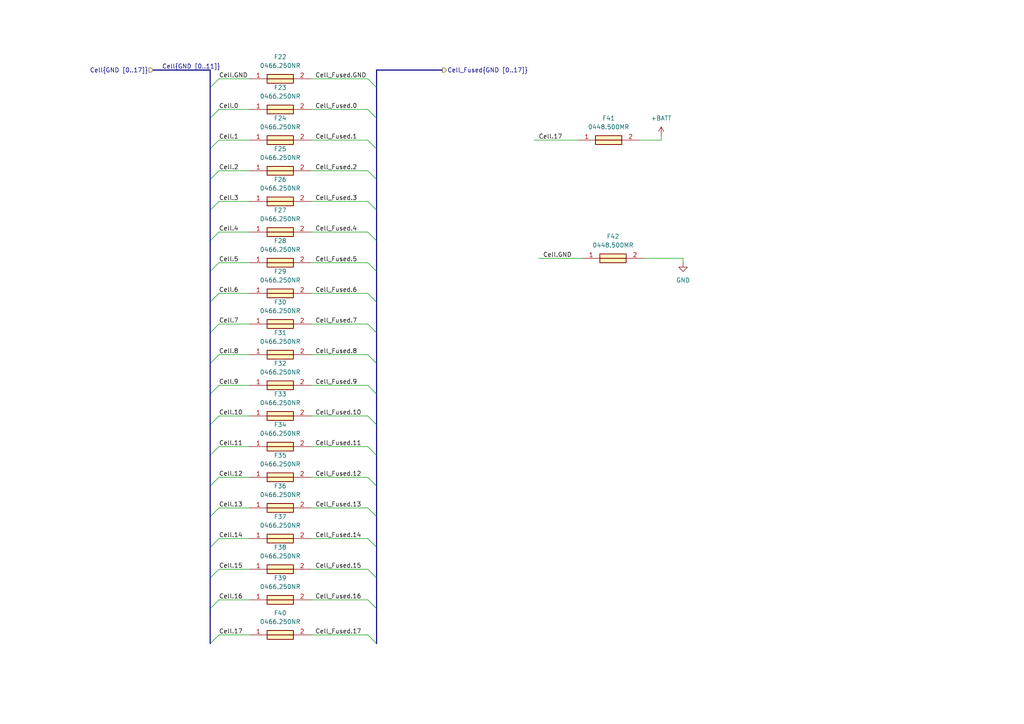
<source format=kicad_sch>
(kicad_sch (version 20230121) (generator eeschema)
  (paper "A4")
  (lib_symbols
    (symbol "0448_500MR:0448.500MR" (pin_names hide)
      (property "Reference" "F" (at 13.97 6.35 0))
      (property "Value" "0448.500MR" (at 13.97 3.81 0))
      (symbol "0448.500MR_1_1"
        (polyline (pts (xy 5.08 0) (xy 12.7 0)) (stroke (width 0.254)))
        (rectangle (start 5.08 1.27) (end 12.7 -1.27) (stroke (width 0.254)) (fill (type background)))
        (pin passive line (at 0 0 0) (length 5.08) (name "1") (number "1"))
        (pin passive line (at 17.78 0 180) (length 5.08) (name "2") (number "2"))
      )
    )
    (symbol "0466_250NR:0466.250NR" (pin_names hide)
      (property "Reference" "F" (at 13.97 6.35 0))
      (property "Value" "0466.250NR" (at 13.97 3.81 0))
      (symbol "0466.250NR_1_1"
        (polyline (pts (xy 5.08 0) (xy 12.7 0)) (stroke (width 0.254)))
        (rectangle (start 5.08 1.27) (end 12.7 -1.27) (stroke (width 0.254)) (fill (type background)))
        (pin passive line (at 0 0 0) (length 5.08) (name "1") (number "1"))
        (pin passive line (at 17.78 0 180) (length 5.08) (name "2") (number "2"))
      )
    )
    (symbol "power:+BATT" (power) (pin_names (offset 0))
      (property "Value" "+BATT" (at 0 3.556 0))
      (symbol "+BATT_0_1"
        (polyline (pts (xy -0.762 1.27) (xy 0 2.54)))
        (polyline (pts (xy 0 0) (xy 0 2.54)))
        (polyline (pts (xy 0 2.54) (xy 0.762 1.27)))
      )
      (symbol "+BATT_1_1"
        (pin power_in line (at 0 0 90) (length 0) hide (name "+BATT") (number "1"))
      )
    )
    (symbol "power:GND" (power) (pin_names (offset 0))
      (property "Value" "GND" (at 0 -3.81 0))
      (symbol "GND_0_1"
        (polyline (pts (xy 0 0) (xy 0 -1.27) (xy 1.27 -1.27) (xy 0 -2.54) (xy -1.27 -1.27) (xy 0 -1.27)))
      )
      (symbol "GND_1_1"
        (pin power_in line (at 0 0 270) (length 0) hide (name "GND") (number "1"))
      )
    )
  )
  (bus_entry (at 109.22 176.53) (size -2.54 -2.54))
  (bus_entry (at 109.22 69.85) (size -2.54 -2.54))
  (bus_entry (at 109.22 52.07) (size -2.54 -2.54))
  (bus_entry (at 109.22 25.4) (size -2.54 -2.54))
  (bus_entry (at 60.96 25.4) (size 2.54 -2.54))
  (bus_entry (at 109.22 114.3) (size -2.54 -2.54))
  (bus_entry (at 60.96 114.3) (size 2.54 -2.54))
  (bus_entry (at 109.22 34.29) (size -2.54 -2.54))
  (bus_entry (at 109.22 123.19) (size -2.54 -2.54))
  (bus_entry (at 109.22 96.52) (size -2.54 -2.54))
  (bus_entry (at 109.22 149.86) (size -2.54 -2.54))
  (bus_entry (at 60.96 52.07) (size 2.54 -2.54))
  (bus_entry (at 109.22 167.64) (size -2.54 -2.54))
  (bus_entry (at 60.96 176.53) (size 2.54 -2.54))
  (bus_entry (at 60.96 69.85) (size 2.54 -2.54))
  (bus_entry (at 109.22 105.41) (size -2.54 -2.54))
  (bus_entry (at 60.96 123.19) (size 2.54 -2.54))
  (bus_entry (at 109.22 78.74) (size -2.54 -2.54))
  (bus_entry (at 60.96 149.86) (size 2.54 -2.54))
  (bus_entry (at 109.22 43.18) (size -2.54 -2.54))
  (bus_entry (at 60.96 167.64) (size 2.54 -2.54))
  (bus_entry (at 106.68 184.15) (size 2.54 2.54))
  (bus_entry (at 60.96 87.63) (size 2.54 -2.54))
  (bus_entry (at 60.96 43.18) (size 2.54 -2.54))
  (bus_entry (at 109.22 140.97) (size -2.54 -2.54))
  (bus_entry (at 60.96 140.97) (size 2.54 -2.54))
  (bus_entry (at 60.96 132.08) (size 2.54 -2.54))
  (bus_entry (at 60.96 78.74) (size 2.54 -2.54))
  (bus_entry (at 60.96 158.75) (size 2.54 -2.54))
  (bus_entry (at 60.96 96.52) (size 2.54 -2.54))
  (bus_entry (at 60.96 34.29) (size 2.54 -2.54))
  (bus_entry (at 109.22 132.08) (size -2.54 -2.54))
  (bus_entry (at 60.96 186.69) (size 2.54 -2.54))
  (bus_entry (at 109.22 87.63) (size -2.54 -2.54))
  (bus_entry (at 109.22 60.96) (size -2.54 -2.54))
  (bus_entry (at 60.96 105.41) (size 2.54 -2.54))
  (bus_entry (at 109.22 158.75) (size -2.54 -2.54))
  (bus_entry (at 60.96 60.96) (size 2.54 -2.54))
  (wire (pts (xy 156.21 74.93) (xy 168.91 74.93)))
  (bus (pts (xy 60.96 52.07) (xy 60.96 60.96)))
  (wire (pts (xy 90.17 102.87) (xy 106.68 102.87)))
  (wire (pts (xy 90.17 138.43) (xy 106.68 138.43)))
  (wire (pts (xy 63.5 93.98) (xy 72.39 93.98)))
  (wire (pts (xy 185.42 40.64) (xy 191.77 40.64)))
  (bus (pts (xy 109.22 25.4) (xy 109.22 34.29)))
  (wire (pts (xy 90.17 49.53) (xy 106.68 49.53)))
  (bus (pts (xy 60.96 140.97) (xy 60.96 149.86)))
  (wire (pts (xy 186.69 74.93) (xy 198.12 74.93)))
  (wire (pts (xy 90.17 111.76) (xy 106.68 111.76)))
  (wire (pts (xy 63.5 120.65) (xy 72.39 120.65)))
  (wire (pts (xy 63.5 184.15) (xy 72.39 184.15)))
  (wire (pts (xy 90.17 93.98) (xy 106.68 93.98)))
  (wire (pts (xy 63.5 156.21) (xy 72.39 156.21)))
  (bus (pts (xy 109.22 87.63) (xy 109.22 96.52)))
  (bus (pts (xy 109.22 140.97) (xy 109.22 149.86)))
  (wire (pts (xy 63.5 40.64) (xy 72.39 40.64)))
  (wire (pts (xy 63.5 31.75) (xy 72.39 31.75)))
  (bus (pts (xy 109.22 167.64) (xy 109.22 176.53)))
  (bus (pts (xy 109.22 20.32) (xy 128.27 20.32)))
  (wire (pts (xy 63.5 111.76) (xy 72.39 111.76)))
  (bus (pts (xy 60.96 20.32) (xy 60.96 25.4)))
  (bus (pts (xy 60.96 105.41) (xy 60.96 114.3)))
  (bus (pts (xy 109.22 132.08) (xy 109.22 140.97)))
  (bus (pts (xy 60.96 25.4) (xy 60.96 34.29)))
  (wire (pts (xy 63.5 49.53) (xy 72.39 49.53)))
  (wire (pts (xy 90.17 67.31) (xy 106.68 67.31)))
  (wire (pts (xy 63.5 76.2) (xy 72.39 76.2)))
  (wire (pts (xy 90.17 173.99) (xy 106.68 173.99)))
  (bus (pts (xy 60.96 167.64) (xy 60.96 176.53)))
  (wire (pts (xy 63.5 165.1) (xy 72.39 165.1)))
  (bus (pts (xy 109.22 20.32) (xy 109.22 25.4)))
  (wire (pts (xy 63.5 129.54) (xy 72.39 129.54)))
  (bus (pts (xy 109.22 43.18) (xy 109.22 52.07)))
  (bus (pts (xy 109.22 105.41) (xy 109.22 114.3)))
  (wire (pts (xy 198.12 74.93) (xy 198.12 76.2)))
  (wire (pts (xy 90.17 76.2) (xy 106.68 76.2)))
  (wire (pts (xy 63.5 138.43) (xy 72.39 138.43)))
  (bus (pts (xy 44.45 20.32) (xy 60.96 20.32)))
  (wire (pts (xy 90.17 58.42) (xy 106.68 58.42)))
  (wire (pts (xy 90.17 40.64) (xy 106.68 40.64)))
  (bus (pts (xy 60.96 34.29) (xy 60.96 43.18)))
  (bus (pts (xy 109.22 69.85) (xy 109.22 78.74)))
  (bus (pts (xy 109.22 176.53) (xy 109.22 186.69)))
  (bus (pts (xy 109.22 78.74) (xy 109.22 87.63)))
  (bus (pts (xy 109.22 149.86) (xy 109.22 158.75)))
  (bus (pts (xy 60.96 43.18) (xy 60.96 52.07)))
  (wire (pts (xy 90.17 85.09) (xy 106.68 85.09)))
  (wire (pts (xy 90.17 129.54) (xy 106.68 129.54)))
  (bus (pts (xy 60.96 69.85) (xy 60.96 78.74)))
  (bus (pts (xy 60.96 149.86) (xy 60.96 158.75)))
  (bus (pts (xy 109.22 158.75) (xy 109.22 167.64)))
  (bus (pts (xy 60.96 123.19) (xy 60.96 132.08)))
  (bus (pts (xy 109.22 96.52) (xy 109.22 105.41)))
  (wire (pts (xy 63.5 67.31) (xy 72.39 67.31)))
  (wire (pts (xy 63.5 173.99) (xy 72.39 173.99)))
  (wire (pts (xy 191.77 39.37) (xy 191.77 40.64)))
  (bus (pts (xy 109.22 114.3) (xy 109.22 123.19)))
  (wire (pts (xy 63.5 147.32) (xy 72.39 147.32)))
  (bus (pts (xy 109.22 34.29) (xy 109.22 43.18)))
  (bus (pts (xy 60.96 132.08) (xy 60.96 140.97)))
  (wire (pts (xy 90.17 165.1) (xy 106.68 165.1)))
  (bus (pts (xy 60.96 158.75) (xy 60.96 167.64)))
  (wire (pts (xy 90.17 31.75) (xy 106.68 31.75)))
  (wire (pts (xy 90.17 120.65) (xy 106.68 120.65)))
  (bus (pts (xy 60.96 60.96) (xy 60.96 69.85)))
  (bus (pts (xy 60.96 114.3) (xy 60.96 123.19)))
  (wire (pts (xy 63.5 58.42) (xy 72.39 58.42)))
  (wire (pts (xy 63.5 85.09) (xy 72.39 85.09)))
  (bus (pts (xy 109.22 60.96) (xy 109.22 69.85)))
  (wire (pts (xy 90.17 22.86) (xy 106.68 22.86)))
  (wire (pts (xy 90.17 184.15) (xy 106.68 184.15)))
  (bus (pts (xy 109.22 52.07) (xy 109.22 60.96)))
  (bus (pts (xy 60.96 87.63) (xy 60.96 96.52)))
  (wire (pts (xy 90.17 156.21) (xy 106.68 156.21)))
  (bus (pts (xy 60.96 176.53) (xy 60.96 186.69)))
  (bus (pts (xy 60.96 96.52) (xy 60.96 105.41)))
  (wire (pts (xy 154.94 40.64) (xy 167.64 40.64)))
  (wire (pts (xy 90.17 147.32) (xy 106.68 147.32)))
  (wire (pts (xy 63.5 22.86) (xy 72.39 22.86)))
  (bus (pts (xy 60.96 78.74) (xy 60.96 87.63)))
  (wire (pts (xy 63.5 102.87) (xy 72.39 102.87)))
  (bus (pts (xy 109.22 123.19) (xy 109.22 132.08)))
  (label "Cell.0" (at 63.5 31.75 0))
  (label "Cell_Fused.11" (at 91.44 129.54 0))
  (label "Cell.14" (at 63.5 156.21 0))
  (label "Cell.GND" (at 157.48 74.93 0))
  (label "Cell.12" (at 63.5 138.43 0))
  (label "Cell.3" (at 63.5 58.42 0))
  (label "Cell.11" (at 63.5 129.54 0))
  (label "Cell_Fused.3" (at 91.44 58.42 0))
  (label "Cell_Fused.9" (at 91.44 111.76 0))
  (label "Cell_Fused.GND" (at 91.44 22.86 0))
  (label "Cell{GND [0..11]}" (at 46.99 20.32 0))
  (label "Cell_Fused.5" (at 91.44 76.2 0))
  (label "Cell.9" (at 63.5 111.76 0))
  (label "Cell_Fused.13" (at 91.44 147.32 0))
  (label "Cell.16" (at 63.5 173.99 0))
  (label "Cell_Fused.17" (at 91.44 184.15 0))
  (label "Cell.17" (at 63.5 184.15 0))
  (label "Cell_Fused.12" (at 91.44 138.43 0))
  (label "Cell_Fused.7" (at 91.44 93.98 0))
  (label "Cell_Fused.14" (at 91.44 156.21 0))
  (label "Cell_Fused.1" (at 91.44 40.64 0))
  (label "Cell_Fused.0" (at 91.44 31.75 0))
  (label "Cell_Fused.6" (at 91.44 85.09 0))
  (label "Cell_Fused.10" (at 91.44 120.65 0))
  (label "Cell_Fused.8" (at 91.44 102.87 0))
  (label "Cell.1" (at 63.5 40.64 0))
  (label "Cell.6" (at 63.5 85.09 0))
  (label "Cell.13" (at 63.5 147.32 0))
  (label "Cell_Fused.4" (at 91.44 67.31 0))
  (label "Cell.15" (at 63.5 165.1 0))
  (label "Cell_Fused.15" (at 91.44 165.1 0))
  (label "Cell.10" (at 63.5 120.65 0))
  (label "Cell.5" (at 63.5 76.2 0))
  (label "Cell.8" (at 63.5 102.87 0))
  (label "Cell.GND" (at 63.5 22.86 0))
  (label "Cell.17" (at 156.21 40.64 0))
  (label "Cell.2" (at 63.5 49.53 0))
  (label "Cell.4" (at 63.5 67.31 0))
  (label "Cell.7" (at 63.5 93.98 0))
  (label "Cell_Fused.16" (at 91.44 173.99 0))
  (label "Cell_Fused.2" (at 91.44 49.53 0))
  (hierarchical_label "Cell_Fused{GND [0..17]}" (shape output) (at 128.27 20.32 0))
  (hierarchical_label "Cell{GND [0..17]}" (shape input) (at 44.45 20.32 180))
  (symbol (lib_id "0466_250NR:0466.250NR") (at 72.39 138.43 0) (unit 1)
    (property "Reference" "F14" (at 81.28 132.08 0))
    (property "Value" "0466.250NR" (at 81.28 134.62 0))
    (property "Footprint" "0466.250NR:FUSC3215X66N" (effects hide))
    (property "Datasheet" "http://www.littelfuse.com/~/media/electronics/datasheets/fuses/littelfuse_fuse_466_datasheet.pdf.pdf" (effects hide))
    (property "Height" "0.66" (effects hide))
    (property "Manufacturer_Name" "LITTELFUSE" (effects hide))
    (property "Manufacturer_Part_Number" "0466.250NR" (effects hide))
    (property "Mouser Part Number" "576-0466.250NR" (effects hide))
    (property "Mouser Price/Stock" "https://www.mouser.co.uk/ProductDetail/Littelfuse/0466.250NR?qs=OJFHm2hVE4FeDcEECJ4GEQ%3D%3D" (effects hide))
    (property "Arrow Part Number" "0466.250NR" (effects hide))
    (property "Arrow Price/Stock" "https://www.arrow.com/en/products/0466.250nr/littelfuse?region=nac" (effects hide))
    (instances (project "BMS-Slave" (path "" (reference "F35") (unit 1))))
  )
  (symbol (lib_id "0466_250NR:0466.250NR") (at 72.39 22.86 0) (unit 1)
    (property "Reference" "F1" (at 81.28 16.51 0))
    (property "Value" "0466.250NR" (at 81.28 19.05 0))
    (property "Footprint" "0466.250NR:FUSC3215X66N" (effects hide))
    (property "Datasheet" "http://www.littelfuse.com/~/media/electronics/datasheets/fuses/littelfuse_fuse_466_datasheet.pdf.pdf" (effects hide))
    (property "Height" "0.66" (effects hide))
    (property "Manufacturer_Name" "LITTELFUSE" (effects hide))
    (property "Manufacturer_Part_Number" "0466.250NR" (effects hide))
    (property "Mouser Part Number" "576-0466.250NR" (effects hide))
    (property "Mouser Price/Stock" "https://www.mouser.co.uk/ProductDetail/Littelfuse/0466.250NR?qs=OJFHm2hVE4FeDcEECJ4GEQ%3D%3D" (effects hide))
    (property "Arrow Part Number" "0466.250NR" (effects hide))
    (property "Arrow Price/Stock" "https://www.arrow.com/en/products/0466.250nr/littelfuse?region=nac" (effects hide))
    (instances (project "BMS-Slave" (path "" (reference "F22") (unit 1))))
  )
  (symbol (lib_id "0466_250NR:0466.250NR") (at 72.39 184.15 0) (unit 1)
    (property "Reference" "F19" (at 81.28 177.8 0))
    (property "Value" "0466.250NR" (at 81.28 180.34 0))
    (property "Footprint" "0466.250NR:FUSC3215X66N" (effects hide))
    (property "Datasheet" "http://www.littelfuse.com/~/media/electronics/datasheets/fuses/littelfuse_fuse_466_datasheet.pdf.pdf" (effects hide))
    (property "Height" "0.66" (effects hide))
    (property "Manufacturer_Name" "LITTELFUSE" (effects hide))
    (property "Manufacturer_Part_Number" "0466.250NR" (effects hide))
    (property "Mouser Part Number" "576-0466.250NR" (effects hide))
    (property "Mouser Price/Stock" "https://www.mouser.co.uk/ProductDetail/Littelfuse/0466.250NR?qs=OJFHm2hVE4FeDcEECJ4GEQ%3D%3D" (effects hide))
    (property "Arrow Part Number" "0466.250NR" (effects hide))
    (property "Arrow Price/Stock" "https://www.arrow.com/en/products/0466.250nr/littelfuse?region=nac" (effects hide))
    (instances (project "BMS-Slave" (path "" (reference "F40") (unit 1))))
  )
  (symbol (lib_id "0466_250NR:0466.250NR") (at 72.39 120.65 0) (unit 1)
    (property "Reference" "F12" (at 81.28 114.3 0))
    (property "Value" "0466.250NR" (at 81.28 116.84 0))
    (property "Footprint" "0466.250NR:FUSC3215X66N" (effects hide))
    (property "Datasheet" "http://www.littelfuse.com/~/media/electronics/datasheets/fuses/littelfuse_fuse_466_datasheet.pdf.pdf" (effects hide))
    (property "Height" "0.66" (effects hide))
    (property "Manufacturer_Name" "LITTELFUSE" (effects hide))
    (property "Manufacturer_Part_Number" "0466.250NR" (effects hide))
    (property "Mouser Part Number" "576-0466.250NR" (effects hide))
    (property "Mouser Price/Stock" "https://www.mouser.co.uk/ProductDetail/Littelfuse/0466.250NR?qs=OJFHm2hVE4FeDcEECJ4GEQ%3D%3D" (effects hide))
    (property "Arrow Part Number" "0466.250NR" (effects hide))
    (property "Arrow Price/Stock" "https://www.arrow.com/en/products/0466.250nr/littelfuse?region=nac" (effects hide))
    (instances (project "BMS-Slave" (path "" (reference "F33") (unit 1))))
  )
  (symbol (lib_id "0466_250NR:0466.250NR") (at 72.39 156.21 0) (unit 1)
    (property "Reference" "F16" (at 81.28 149.86 0))
    (property "Value" "0466.250NR" (at 81.28 152.4 0))
    (property "Footprint" "0466.250NR:FUSC3215X66N" (effects hide))
    (property "Datasheet" "http://www.littelfuse.com/~/media/electronics/datasheets/fuses/littelfuse_fuse_466_datasheet.pdf.pdf" (effects hide))
    (property "Height" "0.66" (effects hide))
    (property "Manufacturer_Name" "LITTELFUSE" (effects hide))
    (property "Manufacturer_Part_Number" "0466.250NR" (effects hide))
    (property "Mouser Part Number" "576-0466.250NR" (effects hide))
    (property "Mouser Price/Stock" "https://www.mouser.co.uk/ProductDetail/Littelfuse/0466.250NR?qs=OJFHm2hVE4FeDcEECJ4GEQ%3D%3D" (effects hide))
    (property "Arrow Part Number" "0466.250NR" (effects hide))
    (property "Arrow Price/Stock" "https://www.arrow.com/en/products/0466.250nr/littelfuse?region=nac" (effects hide))
    (instances (project "BMS-Slave" (path "" (reference "F37") (unit 1))))
  )
  (symbol (lib_id "0466_250NR:0466.250NR") (at 72.39 85.09 0) (unit 1)
    (property "Reference" "F8" (at 81.28 78.74 0))
    (property "Value" "0466.250NR" (at 81.28 81.28 0))
    (property "Footprint" "0466.250NR:FUSC3215X66N" (effects hide))
    (property "Datasheet" "http://www.littelfuse.com/~/media/electronics/datasheets/fuses/littelfuse_fuse_466_datasheet.pdf.pdf" (effects hide))
    (property "Height" "0.66" (effects hide))
    (property "Manufacturer_Name" "LITTELFUSE" (effects hide))
    (property "Manufacturer_Part_Number" "0466.250NR" (effects hide))
    (property "Mouser Part Number" "576-0466.250NR" (effects hide))
    (property "Mouser Price/Stock" "https://www.mouser.co.uk/ProductDetail/Littelfuse/0466.250NR?qs=OJFHm2hVE4FeDcEECJ4GEQ%3D%3D" (effects hide))
    (property "Arrow Part Number" "0466.250NR" (effects hide))
    (property "Arrow Price/Stock" "https://www.arrow.com/en/products/0466.250nr/littelfuse?region=nac" (effects hide))
    (instances (project "BMS-Slave" (path "" (reference "F29") (unit 1))))
  )
  (symbol (lib_id "0466_250NR:0466.250NR") (at 72.39 111.76 0) (unit 1)
    (property "Reference" "F11" (at 81.28 105.41 0))
    (property "Value" "0466.250NR" (at 81.28 107.95 0))
    (property "Footprint" "0466.250NR:FUSC3215X66N" (effects hide))
    (property "Datasheet" "http://www.littelfuse.com/~/media/electronics/datasheets/fuses/littelfuse_fuse_466_datasheet.pdf.pdf" (effects hide))
    (property "Height" "0.66" (effects hide))
    (property "Manufacturer_Name" "LITTELFUSE" (effects hide))
    (property "Manufacturer_Part_Number" "0466.250NR" (effects hide))
    (property "Mouser Part Number" "576-0466.250NR" (effects hide))
    (property "Mouser Price/Stock" "https://www.mouser.co.uk/ProductDetail/Littelfuse/0466.250NR?qs=OJFHm2hVE4FeDcEECJ4GEQ%3D%3D" (effects hide))
    (property "Arrow Part Number" "0466.250NR" (effects hide))
    (property "Arrow Price/Stock" "https://www.arrow.com/en/products/0466.250nr/littelfuse?region=nac" (effects hide))
    (instances (project "BMS-Slave" (path "" (reference "F32") (unit 1))))
  )
  (symbol (lib_id "0448_500MR:0448.500MR") (at 168.91 74.93 0) (unit 1)
    (property "Reference" "F20" (at 177.8 68.58 0))
    (property "Value" "0448.500MR" (at 177.8 71.12 0))
    (property "Footprint" "0448_500MR:FUSC6127X294N" (effects hide))
    (property "Datasheet" "https://www.mouser.in/datasheet/2/240/Littelfuse_Fuse_448_Datasheet_pdf-970935.pdf" (effects hide))
    (property "Height" "2.94" (effects hide))
    (property "Manufacturer_Name" "LITTELFUSE" (effects hide))
    (property "Manufacturer_Part_Number" "0448.500MR" (effects hide))
    (property "Mouser Part Number" "576-0448.500MR" (effects hide))
    (property "Mouser Price/Stock" "https://www.mouser.co.uk/ProductDetail/Littelfuse/0448500MR/?qs=sba%2FvSn%252BnuOI9c6%252BQVFrGA%3D%3D" (effects hide))
    (property "Arrow Part Number" "0448.500MR" (effects hide))
    (property "Arrow Price/Stock" "https://www.arrow.com/en/products/0448.500mr/littelfuse" (effects hide))
    (instances (project "BMS-Slave" (path "" (reference "F42") (unit 1))))
  )
  (symbol (lib_id "power:GND") (at 198.12 76.2 0) (unit 1)
    (property "Reference" "#PWR01" (effects hide))
    (property "Value" "GND" (at 198.12 81.28 0))
    (instances (project "BMS-Slave" (path "" (reference "#PWR0126") (unit 1))))
  )
  (symbol (lib_id "power:+BATT") (at 191.77 39.37 0) (unit 1)
    (property "Reference" "#PWR03" (effects hide))
    (property "Value" "+BATT" (at 191.77 34.29 0))
    (instances (project "BMS-Slave" (path "" (reference "#PWR0125") (unit 1))))
  )
  (symbol (lib_id "0466_250NR:0466.250NR") (at 72.39 165.1 0) (unit 1)
    (property "Reference" "F17" (at 81.28 158.75 0))
    (property "Value" "0466.250NR" (at 81.28 161.29 0))
    (property "Footprint" "0466.250NR:FUSC3215X66N" (effects hide))
    (property "Datasheet" "http://www.littelfuse.com/~/media/electronics/datasheets/fuses/littelfuse_fuse_466_datasheet.pdf.pdf" (effects hide))
    (property "Height" "0.66" (effects hide))
    (property "Manufacturer_Name" "LITTELFUSE" (effects hide))
    (property "Manufacturer_Part_Number" "0466.250NR" (effects hide))
    (property "Mouser Part Number" "576-0466.250NR" (effects hide))
    (property "Mouser Price/Stock" "https://www.mouser.co.uk/ProductDetail/Littelfuse/0466.250NR?qs=OJFHm2hVE4FeDcEECJ4GEQ%3D%3D" (effects hide))
    (property "Arrow Part Number" "0466.250NR" (effects hide))
    (property "Arrow Price/Stock" "https://www.arrow.com/en/products/0466.250nr/littelfuse?region=nac" (effects hide))
    (instances (project "BMS-Slave" (path "" (reference "F38") (unit 1))))
  )
  (symbol (lib_id "0466_250NR:0466.250NR") (at 72.39 93.98 0) (unit 1)
    (property "Reference" "F9" (at 81.28 87.63 0))
    (property "Value" "0466.250NR" (at 81.28 90.17 0))
    (property "Footprint" "0466.250NR:FUSC3215X66N" (effects hide))
    (property "Datasheet" "http://www.littelfuse.com/~/media/electronics/datasheets/fuses/littelfuse_fuse_466_datasheet.pdf.pdf" (effects hide))
    (property "Height" "0.66" (effects hide))
    (property "Manufacturer_Name" "LITTELFUSE" (effects hide))
    (property "Manufacturer_Part_Number" "0466.250NR" (effects hide))
    (property "Mouser Part Number" "576-0466.250NR" (effects hide))
    (property "Mouser Price/Stock" "https://www.mouser.co.uk/ProductDetail/Littelfuse/0466.250NR?qs=OJFHm2hVE4FeDcEECJ4GEQ%3D%3D" (effects hide))
    (property "Arrow Part Number" "0466.250NR" (effects hide))
    (property "Arrow Price/Stock" "https://www.arrow.com/en/products/0466.250nr/littelfuse?region=nac" (effects hide))
    (instances (project "BMS-Slave" (path "" (reference "F30") (unit 1))))
  )
  (symbol (lib_id "0466_250NR:0466.250NR") (at 72.39 40.64 0) (unit 1)
    (property "Reference" "F3" (at 81.28 34.29 0))
    (property "Value" "0466.250NR" (at 81.28 36.83 0))
    (property "Footprint" "0466.250NR:FUSC3215X66N" (effects hide))
    (property "Datasheet" "http://www.littelfuse.com/~/media/electronics/datasheets/fuses/littelfuse_fuse_466_datasheet.pdf.pdf" (effects hide))
    (property "Height" "0.66" (effects hide))
    (property "Manufacturer_Name" "LITTELFUSE" (effects hide))
    (property "Manufacturer_Part_Number" "0466.250NR" (effects hide))
    (property "Mouser Part Number" "576-0466.250NR" (effects hide))
    (property "Mouser Price/Stock" "https://www.mouser.co.uk/ProductDetail/Littelfuse/0466.250NR?qs=OJFHm2hVE4FeDcEECJ4GEQ%3D%3D" (effects hide))
    (property "Arrow Part Number" "0466.250NR" (effects hide))
    (property "Arrow Price/Stock" "https://www.arrow.com/en/products/0466.250nr/littelfuse?region=nac" (effects hide))
    (instances (project "BMS-Slave" (path "" (reference "F24") (unit 1))))
  )
  (symbol (lib_id "0466_250NR:0466.250NR") (at 72.39 147.32 0) (unit 1)
    (property "Reference" "F15" (at 81.28 140.97 0))
    (property "Value" "0466.250NR" (at 81.28 143.51 0))
    (property "Footprint" "0466.250NR:FUSC3215X66N" (effects hide))
    (property "Datasheet" "http://www.littelfuse.com/~/media/electronics/datasheets/fuses/littelfuse_fuse_466_datasheet.pdf.pdf" (effects hide))
    (property "Height" "0.66" (effects hide))
    (property "Manufacturer_Name" "LITTELFUSE" (effects hide))
    (property "Manufacturer_Part_Number" "0466.250NR" (effects hide))
    (property "Mouser Part Number" "576-0466.250NR" (effects hide))
    (property "Mouser Price/Stock" "https://www.mouser.co.uk/ProductDetail/Littelfuse/0466.250NR?qs=OJFHm2hVE4FeDcEECJ4GEQ%3D%3D" (effects hide))
    (property "Arrow Part Number" "0466.250NR" (effects hide))
    (property "Arrow Price/Stock" "https://www.arrow.com/en/products/0466.250nr/littelfuse?region=nac" (effects hide))
    (instances (project "BMS-Slave" (path "" (reference "F36") (unit 1))))
  )
  (symbol (lib_id "0466_250NR:0466.250NR") (at 72.39 49.53 0) (unit 1)
    (property "Reference" "F4" (at 81.28 43.18 0))
    (property "Value" "0466.250NR" (at 81.28 45.72 0))
    (property "Footprint" "0466.250NR:FUSC3215X66N" (effects hide))
    (property "Datasheet" "http://www.littelfuse.com/~/media/electronics/datasheets/fuses/littelfuse_fuse_466_datasheet.pdf.pdf" (effects hide))
    (property "Height" "0.66" (effects hide))
    (property "Manufacturer_Name" "LITTELFUSE" (effects hide))
    (property "Manufacturer_Part_Number" "0466.250NR" (effects hide))
    (property "Mouser Part Number" "576-0466.250NR" (effects hide))
    (property "Mouser Price/Stock" "https://www.mouser.co.uk/ProductDetail/Littelfuse/0466.250NR?qs=OJFHm2hVE4FeDcEECJ4GEQ%3D%3D" (effects hide))
    (property "Arrow Part Number" "0466.250NR" (effects hide))
    (property "Arrow Price/Stock" "https://www.arrow.com/en/products/0466.250nr/littelfuse?region=nac" (effects hide))
    (instances (project "BMS-Slave" (path "" (reference "F25") (unit 1))))
  )
  (symbol (lib_id "0466_250NR:0466.250NR") (at 72.39 102.87 0) (unit 1)
    (property "Reference" "F10" (at 81.28 96.52 0))
    (property "Value" "0466.250NR" (at 81.28 99.06 0))
    (property "Footprint" "0466.250NR:FUSC3215X66N" (effects hide))
    (property "Datasheet" "http://www.littelfuse.com/~/media/electronics/datasheets/fuses/littelfuse_fuse_466_datasheet.pdf.pdf" (effects hide))
    (property "Height" "0.66" (effects hide))
    (property "Manufacturer_Name" "LITTELFUSE" (effects hide))
    (property "Manufacturer_Part_Number" "0466.250NR" (effects hide))
    (property "Mouser Part Number" "576-0466.250NR" (effects hide))
    (property "Mouser Price/Stock" "https://www.mouser.co.uk/ProductDetail/Littelfuse/0466.250NR?qs=OJFHm2hVE4FeDcEECJ4GEQ%3D%3D" (effects hide))
    (property "Arrow Part Number" "0466.250NR" (effects hide))
    (property "Arrow Price/Stock" "https://www.arrow.com/en/products/0466.250nr/littelfuse?region=nac" (effects hide))
    (instances (project "BMS-Slave" (path "" (reference "F31") (unit 1))))
  )
  (symbol (lib_id "0466_250NR:0466.250NR") (at 72.39 129.54 0) (unit 1)
    (property "Reference" "F13" (at 81.28 123.19 0))
    (property "Value" "0466.250NR" (at 81.28 125.73 0))
    (property "Footprint" "0466.250NR:FUSC3215X66N" (effects hide))
    (property "Datasheet" "http://www.littelfuse.com/~/media/electronics/datasheets/fuses/littelfuse_fuse_466_datasheet.pdf.pdf" (effects hide))
    (property "Height" "0.66" (effects hide))
    (property "Manufacturer_Name" "LITTELFUSE" (effects hide))
    (property "Manufacturer_Part_Number" "0466.250NR" (effects hide))
    (property "Mouser Part Number" "576-0466.250NR" (effects hide))
    (property "Mouser Price/Stock" "https://www.mouser.co.uk/ProductDetail/Littelfuse/0466.250NR?qs=OJFHm2hVE4FeDcEECJ4GEQ%3D%3D" (effects hide))
    (property "Arrow Part Number" "0466.250NR" (effects hide))
    (property "Arrow Price/Stock" "https://www.arrow.com/en/products/0466.250nr/littelfuse?region=nac" (effects hide))
    (instances (project "BMS-Slave" (path "" (reference "F34") (unit 1))))
  )
  (symbol (lib_id "0466_250NR:0466.250NR") (at 72.39 58.42 0) (unit 1)
    (property "Reference" "F5" (at 81.28 52.07 0))
    (property "Value" "0466.250NR" (at 81.28 54.61 0))
    (property "Footprint" "0466.250NR:FUSC3215X66N" (effects hide))
    (property "Datasheet" "http://www.littelfuse.com/~/media/electronics/datasheets/fuses/littelfuse_fuse_466_datasheet.pdf.pdf" (effects hide))
    (property "Height" "0.66" (effects hide))
    (property "Manufacturer_Name" "LITTELFUSE" (effects hide))
    (property "Manufacturer_Part_Number" "0466.250NR" (effects hide))
    (property "Mouser Part Number" "576-0466.250NR" (effects hide))
    (property "Mouser Price/Stock" "https://www.mouser.co.uk/ProductDetail/Littelfuse/0466.250NR?qs=OJFHm2hVE4FeDcEECJ4GEQ%3D%3D" (effects hide))
    (property "Arrow Part Number" "0466.250NR" (effects hide))
    (property "Arrow Price/Stock" "https://www.arrow.com/en/products/0466.250nr/littelfuse?region=nac" (effects hide))
    (instances (project "BMS-Slave" (path "" (reference "F26") (unit 1))))
  )
  (symbol (lib_id "0466_250NR:0466.250NR") (at 72.39 173.99 0) (unit 1)
    (property "Reference" "F18" (at 81.28 167.64 0))
    (property "Value" "0466.250NR" (at 81.28 170.18 0))
    (property "Footprint" "0466.250NR:FUSC3215X66N" (effects hide))
    (property "Datasheet" "http://www.littelfuse.com/~/media/electronics/datasheets/fuses/littelfuse_fuse_466_datasheet.pdf.pdf" (effects hide))
    (property "Height" "0.66" (effects hide))
    (property "Manufacturer_Name" "LITTELFUSE" (effects hide))
    (property "Manufacturer_Part_Number" "0466.250NR" (effects hide))
    (property "Mouser Part Number" "576-0466.250NR" (effects hide))
    (property "Mouser Price/Stock" "https://www.mouser.co.uk/ProductDetail/Littelfuse/0466.250NR?qs=OJFHm2hVE4FeDcEECJ4GEQ%3D%3D" (effects hide))
    (property "Arrow Part Number" "0466.250NR" (effects hide))
    (property "Arrow Price/Stock" "https://www.arrow.com/en/products/0466.250nr/littelfuse?region=nac" (effects hide))
    (instances (project "BMS-Slave" (path "" (reference "F39") (unit 1))))
  )
  (symbol (lib_id "0466_250NR:0466.250NR") (at 72.39 76.2 0) (unit 1)
    (property "Reference" "F7" (at 81.28 69.85 0))
    (property "Value" "0466.250NR" (at 81.28 72.39 0))
    (property "Footprint" "0466.250NR:FUSC3215X66N" (effects hide))
    (property "Datasheet" "http://www.littelfuse.com/~/media/electronics/datasheets/fuses/littelfuse_fuse_466_datasheet.pdf.pdf" (effects hide))
    (property "Height" "0.66" (effects hide))
    (property "Manufacturer_Name" "LITTELFUSE" (effects hide))
    (property "Manufacturer_Part_Number" "0466.250NR" (effects hide))
    (property "Mouser Part Number" "576-0466.250NR" (effects hide))
    (property "Mouser Price/Stock" "https://www.mouser.co.uk/ProductDetail/Littelfuse/0466.250NR?qs=OJFHm2hVE4FeDcEECJ4GEQ%3D%3D" (effects hide))
    (property "Arrow Part Number" "0466.250NR" (effects hide))
    (property "Arrow Price/Stock" "https://www.arrow.com/en/products/0466.250nr/littelfuse?region=nac" (effects hide))
    (instances (project "BMS-Slave" (path "" (reference "F28") (unit 1))))
  )
  (symbol (lib_id "0466_250NR:0466.250NR") (at 72.39 67.31 0) (unit 1)
    (property "Reference" "F6" (at 81.28 60.96 0))
    (property "Value" "0466.250NR" (at 81.28 63.5 0))
    (property "Footprint" "0466.250NR:FUSC3215X66N" (effects hide))
    (property "Datasheet" "http://www.littelfuse.com/~/media/electronics/datasheets/fuses/littelfuse_fuse_466_datasheet.pdf.pdf" (effects hide))
    (property "Height" "0.66" (effects hide))
    (property "Manufacturer_Name" "LITTELFUSE" (effects hide))
    (property "Manufacturer_Part_Number" "0466.250NR" (effects hide))
    (property "Mouser Part Number" "576-0466.250NR" (effects hide))
    (property "Mouser Price/Stock" "https://www.mouser.co.uk/ProductDetail/Littelfuse/0466.250NR?qs=OJFHm2hVE4FeDcEECJ4GEQ%3D%3D" (effects hide))
    (property "Arrow Part Number" "0466.250NR" (effects hide))
    (property "Arrow Price/Stock" "https://www.arrow.com/en/products/0466.250nr/littelfuse?region=nac" (effects hide))
    (instances (project "BMS-Slave" (path "" (reference "F27") (unit 1))))
  )
  (symbol (lib_id "0448_500MR:0448.500MR") (at 167.64 40.64 0) (unit 1)
    (property "Reference" "F21" (at 176.53 34.29 0))
    (property "Value" "0448.500MR" (at 176.53 36.83 0))
    (property "Footprint" "0448_500MR:FUSC6127X294N" (effects hide))
    (property "Datasheet" "https://www.mouser.in/datasheet/2/240/Littelfuse_Fuse_448_Datasheet_pdf-970935.pdf" (effects hide))
    (property "Height" "2.94" (effects hide))
    (property "Manufacturer_Name" "LITTELFUSE" (effects hide))
    (property "Manufacturer_Part_Number" "0448.500MR" (effects hide))
    (property "Mouser Part Number" "576-0448.500MR" (effects hide))
    (property "Mouser Price/Stock" "https://www.mouser.co.uk/ProductDetail/Littelfuse/0448500MR/?qs=sba%2FvSn%252BnuOI9c6%252BQVFrGA%3D%3D" (effects hide))
    (property "Arrow Part Number" "0448.500MR" (effects hide))
    (property "Arrow Price/Stock" "https://www.arrow.com/en/products/0448.500mr/littelfuse" (effects hide))
    (instances (project "BMS-Slave" (path "" (reference "F41") (unit 1))))
  )
  (symbol (lib_id "0466_250NR:0466.250NR") (at 72.39 31.75 0) (unit 1)
    (property "Reference" "F2" (at 81.28 25.4 0))
    (property "Value" "0466.250NR" (at 81.28 27.94 0))
    (property "Footprint" "0466.250NR:FUSC3215X66N" (effects hide))
    (property "Datasheet" "http://www.littelfuse.com/~/media/electronics/datasheets/fuses/littelfuse_fuse_466_datasheet.pdf.pdf" (effects hide))
    (property "Height" "0.66" (effects hide))
    (property "Manufacturer_Name" "LITTELFUSE" (effects hide))
    (property "Manufacturer_Part_Number" "0466.250NR" (effects hide))
    (property "Mouser Part Number" "576-0466.250NR" (effects hide))
    (property "Mouser Price/Stock" "https://www.mouser.co.uk/ProductDetail/Littelfuse/0466.250NR?qs=OJFHm2hVE4FeDcEECJ4GEQ%3D%3D" (effects hide))
    (property "Arrow Part Number" "0466.250NR" (effects hide))
    (property "Arrow Price/Stock" "https://www.arrow.com/en/products/0466.250nr/littelfuse?region=nac" (effects hide))
    (instances (project "BMS-Slave" (path "" (reference "F23") (unit 1))))
  )
)
</source>
